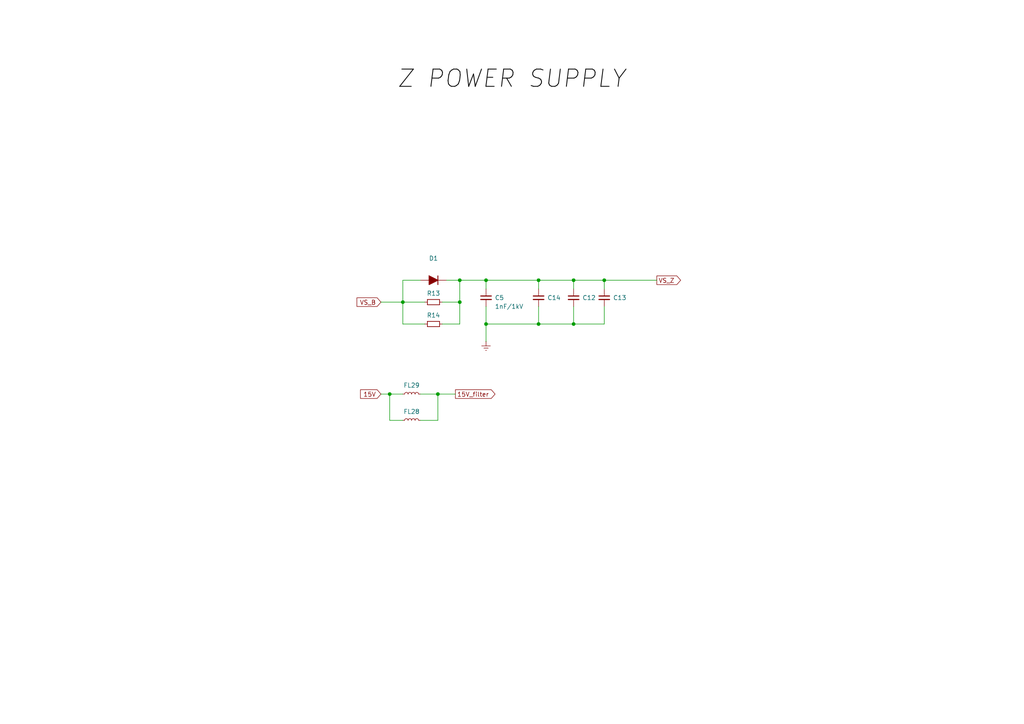
<source format=kicad_sch>
(kicad_sch (version 20231120) (generator "eeschema") (generator_version "8.0")
  (paper "A4")
  (title_block (title "X BOARD LG PLASMA TV PANEL") (date "2025-04-03") (rev "1.0") (comment 1 "Author: Fábio Pereira da Silva") (comment 2 "POWER SUPPLY"))
  (lib_symbols
    (symbol "Device:C_Small" (pin_numbers hide) (pin_names (offset 0.254) hide)
      (property "Reference" "C" (at 0.254 1.778 0))
      (property "Value" "C_Small" (at 0.254 -2.032 0))
      (symbol "C_Small_0_1"
        (polyline (pts (xy -1.524 -0.508) (xy 1.524 -0.508)) (stroke (width 0.3302)))
        (polyline (pts (xy -1.524 0.508) (xy 1.524 0.508)) (stroke (width 0.3048)))
      )
      (symbol "C_Small_1_1"
        (pin passive line (at 0 2.54 270) (length 2.032) (name "~") (number "1"))
        (pin passive line (at 0 -2.54 90) (length 2.032) (name "~") (number "2"))
      )
    )
    (symbol "Device:D_Filled" (pin_numbers hide) (pin_names (offset 1.016) hide)
      (property "Reference" "D" (at 0 2.54 0))
      (property "Value" "D_Filled" (at 0 -2.54 0))
      (symbol "D_Filled_0_1"
        (polyline (pts (xy -1.27 1.27) (xy -1.27 -1.27)) (stroke (width 0.254)))
        (polyline (pts (xy 1.27 0) (xy -1.27 0)))
        (polyline (pts (xy 1.27 1.27) (xy 1.27 -1.27) (xy -1.27 0) (xy 1.27 1.27)) (stroke (width 0.254)) (fill (type outline)))
      )
      (symbol "D_Filled_1_1"
        (pin passive line (at -3.81 0 0) (length 2.54) (name "K") (number "1"))
        (pin passive line (at 3.81 0 180) (length 2.54) (name "A") (number "2"))
      )
    )
    (symbol "Device:L_Small" (pin_numbers hide) (pin_names (offset 0.254) hide)
      (property "Reference" "L" (at 0.762 1.016 0))
      (property "Value" "L_Small" (at 0.762 -1.016 0))
      (symbol "L_Small_0_1"
        (arc (start 0 -2.032) (mid 0.5058 -1.524) (end 0 -1.016))
        (arc (start 0 -1.016) (mid 0.5058 -0.508) (end 0 0))
        (arc (start 0 0) (mid 0.5058 0.508) (end 0 1.016))
        (arc (start 0 1.016) (mid 0.5058 1.524) (end 0 2.032))
      )
      (symbol "L_Small_1_1"
        (pin passive line (at 0 2.54 270) (length 0.508) (name "~") (number "1"))
        (pin passive line (at 0 -2.54 90) (length 0.508) (name "~") (number "2"))
      )
    )
    (symbol "Device:R_Small" (pin_numbers hide) (pin_names (offset 0.254) hide)
      (property "Reference" "R" (at 0.762 0.508 0))
      (property "Value" "R_Small" (at 0.762 -1.016 0))
      (symbol "R_Small_0_1"
        (rectangle (start -0.762 1.778) (end 0.762 -1.778) (stroke (width 0.2032)))
      )
      (symbol "R_Small_1_1"
        (pin passive line (at 0 2.54 270) (length 0.762) (name "~") (number "1"))
        (pin passive line (at 0 -2.54 90) (length 0.762) (name "~") (number "2"))
      )
    )
    (symbol "power:Earth" (power) (pin_numbers hide) (pin_names (offset 0) hide)
      (property "Value" "Earth" (at 0 -3.81 0))
      (symbol "Earth_0_1"
        (polyline (pts (xy -0.635 -1.905) (xy 0.635 -1.905)))
        (polyline (pts (xy -0.127 -2.54) (xy 0.127 -2.54)))
        (polyline (pts (xy 0 -1.27) (xy 0 0)))
        (polyline (pts (xy 1.27 -1.27) (xy -1.27 -1.27)))
      )
      (symbol "Earth_1_1"
        (pin power_in line (at 0 0 270) (length 0) (name "~") (number "1"))
      )
    )
  )
  (junction (at 156.21 81.28))
  (junction (at 140.97 93.98))
  (junction (at 133.35 87.63))
  (junction (at 166.37 93.98))
  (junction (at 116.84 87.63))
  (junction (at 127 114.3))
  (junction (at 113.03 114.3))
  (junction (at 140.97 81.28))
  (junction (at 133.35 81.28))
  (junction (at 156.21 93.98))
  (junction (at 166.37 81.28))
  (junction (at 175.26 81.28))
  (wire (pts (xy 110.49 114.3) (xy 113.03 114.3)))
  (wire (pts (xy 121.92 114.3) (xy 127 114.3)))
  (wire (pts (xy 175.26 93.98) (xy 166.37 93.98)))
  (wire (pts (xy 175.26 81.28) (xy 190.5 81.28)))
  (wire (pts (xy 166.37 81.28) (xy 156.21 81.28)))
  (wire (pts (xy 175.26 88.9) (xy 175.26 93.98)))
  (wire (pts (xy 133.35 81.28) (xy 133.35 87.63)))
  (wire (pts (xy 133.35 93.98) (xy 128.27 93.98)))
  (wire (pts (xy 110.49 87.63) (xy 116.84 87.63)))
  (wire (pts (xy 128.27 87.63) (xy 133.35 87.63)))
  (wire (pts (xy 116.84 93.98) (xy 116.84 87.63)))
  (wire (pts (xy 156.21 83.82) (xy 156.21 81.28)))
  (wire (pts (xy 116.84 87.63) (xy 123.19 87.63)))
  (wire (pts (xy 140.97 83.82) (xy 140.97 81.28)))
  (wire (pts (xy 175.26 81.28) (xy 166.37 81.28)))
  (wire (pts (xy 166.37 83.82) (xy 166.37 81.28)))
  (wire (pts (xy 127 114.3) (xy 132.08 114.3)))
  (wire (pts (xy 156.21 88.9) (xy 156.21 93.98)))
  (wire (pts (xy 121.92 81.28) (xy 116.84 81.28)))
  (wire (pts (xy 129.54 81.28) (xy 133.35 81.28)))
  (wire (pts (xy 127 114.3) (xy 127 121.92)))
  (wire (pts (xy 116.84 121.92) (xy 113.03 121.92)))
  (wire (pts (xy 140.97 88.9) (xy 140.97 93.98)))
  (wire (pts (xy 123.19 93.98) (xy 116.84 93.98)))
  (wire (pts (xy 113.03 114.3) (xy 116.84 114.3)))
  (wire (pts (xy 127 121.92) (xy 121.92 121.92)))
  (wire (pts (xy 166.37 93.98) (xy 156.21 93.98)))
  (wire (pts (xy 175.26 83.82) (xy 175.26 81.28)))
  (wire (pts (xy 133.35 87.63) (xy 133.35 93.98)))
  (wire (pts (xy 140.97 93.98) (xy 156.21 93.98)))
  (wire (pts (xy 166.37 88.9) (xy 166.37 93.98)))
  (wire (pts (xy 113.03 121.92) (xy 113.03 114.3)))
  (wire (pts (xy 156.21 81.28) (xy 140.97 81.28)))
  (wire (pts (xy 140.97 93.98) (xy 140.97 99.06)))
  (wire (pts (xy 140.97 81.28) (xy 133.35 81.28)))
  (wire (pts (xy 116.84 81.28) (xy 116.84 87.63)))
  (label "Z POWER SUPPLY" (at 181.61 26.67 180) (effects (font (size 5 5) (thickness 0.254) (bold yes) (italic yes))))
  (global_label "15V_filter" (shape output) (at 132.08 114.3 0) (property "Intersheetrefs" "${INTERSHEET_REFS}" (effects (hide yes))))
  (global_label "VS_Z" (shape output) (at 190.5 81.28 0) (property "Intersheetrefs" "${INTERSHEET_REFS}" (effects (hide yes))))
  (global_label "VS_B" (shape input) (at 110.49 87.63 180) (property "Intersheetrefs" "${INTERSHEET_REFS}" (effects (hide yes))))
  (global_label "15V" (shape input) (at 110.49 114.3 180) (property "Intersheetrefs" "${INTERSHEET_REFS}" (effects (hide yes))))
  (symbol (lib_id "Device:R_Small") (at 125.73 93.98 90) (unit 1)
    (property "Reference" "R14" (at 125.73 91.44 90))
    (property "Value" "R_Small" (effects (hide yes)))
    (property "Description" "Resistor, small symbol" (effects (hide yes)))
  )
  (symbol (lib_id "Device:C_Small") (at 166.37 86.36 0) (unit 1)
    (property "Reference" "C12" (at 168.91 86.3662 0) (effects (justify left)))
    (property "Value" "C_Small" (effects (hide yes)))
    (property "Description" "Unpolarized capacitor, small symbol" (effects (hide yes)))
  )
  (symbol (lib_id "Device:D_Filled") (at 125.73 81.28 0) (mirror y) (unit 1)
    (property "Reference" "D1" (at 125.73 74.93 0))
    (property "Value" "D_Filled" (effects (hide yes)))
    (property "Description" "Diode, filled shape" (effects (hide yes)))
    (property "Sim.Device" "D" (effects (hide yes)))
    (property "Sim.Pins" "1=K 2=A" (effects (hide yes)))
  )
  (symbol (lib_id "Device:C_Small") (at 175.26 86.36 0) (unit 1)
    (property "Reference" "C13" (at 177.8 86.3662 0) (effects (justify left)))
    (property "Value" "C_Small" (effects (hide yes)))
    (property "Description" "Unpolarized capacitor, small symbol" (effects (hide yes)))
  )
  (symbol (lib_id "Device:C_Small") (at 140.97 86.36 0) (unit 1)
    (property "Reference" "C5" (at 143.51 86.3662 0) (effects (justify left)))
    (property "Value" "1nF/1kV" (at 143.51 88.9 0) (effects (justify left)))
    (property "Description" "Unpolarized capacitor, small symbol" (effects (hide yes)))
  )
  (symbol (lib_id "Device:L_Small") (at 119.38 121.92 90) (unit 1)
    (property "Reference" "FL28" (at 119.38 119.38 90))
    (property "Value" "L_Small" (effects (hide yes)))
    (property "Description" "Inductor, small symbol" (effects (hide yes)))
  )
  (symbol (lib_id "Device:L_Small") (at 119.38 114.3 90) (unit 1)
    (property "Reference" "FL29" (at 119.38 111.76 90))
    (property "Value" "L_Small" (effects (hide yes)))
    (property "Description" "Inductor, small symbol" (effects (hide yes)))
  )
  (symbol (lib_id "power:Earth") (at 140.97 99.06 0) (unit 1)
    (property "Reference" "#PWR1" (effects (hide yes)))
    (property "Value" "Earth" (effects (hide yes)))
    (property "Description" "Power symbol creates a global label with name \"Earth\"" (effects (hide yes)))
  )
  (symbol (lib_id "Device:R_Small") (at 125.73 87.63 90) (unit 1)
    (property "Reference" "R13" (at 125.73 85.09 90))
    (property "Value" "R_Small" (effects (hide yes)))
    (property "Description" "Resistor, small symbol" (effects (hide yes)))
  )
  (symbol (lib_id "Device:C_Small") (at 156.21 86.36 0) (unit 1)
    (property "Reference" "C14" (at 158.75 86.3662 0) (effects (justify left)))
    (property "Value" "C_Small" (effects (hide yes)))
    (property "Description" "Unpolarized capacitor, small symbol" (effects (hide yes)))
  )
  (sheet (at -38.1 2.54) (size 25.4 20.32) (stroke (width 0.1524))
    (property "Sheetname" "Z SUS UP AND Z SUS DOWN" (at -38.1 1.8284 0) (effects (justify left bottom)))
    (property "Sheetfile" "z_sus_up_and_z_sus_dn.kicad_sch" (at -38.1 23.4446 0) (effects (justify left top)))
  )
  (sheet (at -36.83 60.96) (size 24.13 16.51) (stroke (width 0.1524))
    (property "Sheetname" "Z_ER_UP_AND_Z_ER_DOWN" (at -36.83 60.2484 0) (effects (justify left bottom)))
    (property "Sheetfile" "z_er_up_and_z_er_dn.kicad_sch" (at -36.83 78.0546 0) (effects (justify left top)))
  )
  (sheet (at -35.56 88.9) (size 25.4 17.78) (stroke (width 0.1524))
    (property "Sheetname" "VZB" (at -35.56 88.1884 0) (effects (justify left bottom)))
    (property "Sheetfile" "vzb.kicad_sch" (at -35.56 107.2646 0) (effects (justify left top)))
  )
  (sheet (at -35.56 34.29) (size 25.4 17.78) (stroke (width 0.1524))
    (property "Sheetname" "Z_PROTECTION" (at -35.56 33.5784 0) (effects (justify left bottom)))
    (property "Sheetfile" "z_protection.kicad_sch" (at -35.56 52.6546 0) (effects (justify left top)))
  )
)
</source>
